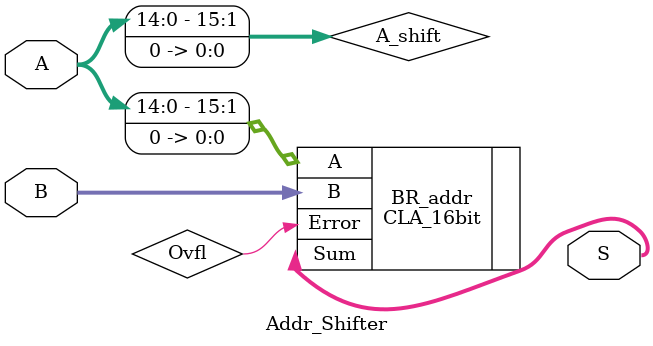
<source format=v>
module Addr_Shifter(A, B, S);
input [15:0] A; // Input the signextended branch addr that needs to be shifted left
input [15:0] B; // input for the next PC addr 
output [15:0] S;  //Sum of the two addrs
wire Ovfl;
wire [15:0] A_shift; //shift the Br addr by 1 = *2

assign A_shift = {A[14:0], 1'b0};
CLA_16bit BR_addr(.A(A_shift), .B(B), .Sum(S), .Error(Ovfl));

endmodule

</source>
